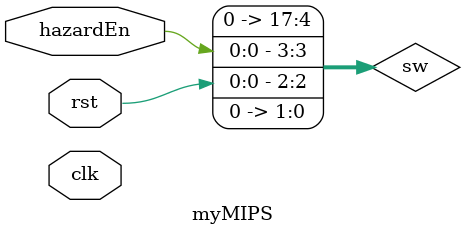
<source format=v>
module myMIPS(input clk, input rst, input hazardEn);
  wire[17:0] sw;
  assign sw = {14'd0,hazardEn,rst,2'd0};
	MIPS mips(.CLOCK_50(clk), .SW(sw));
endmodule
</source>
